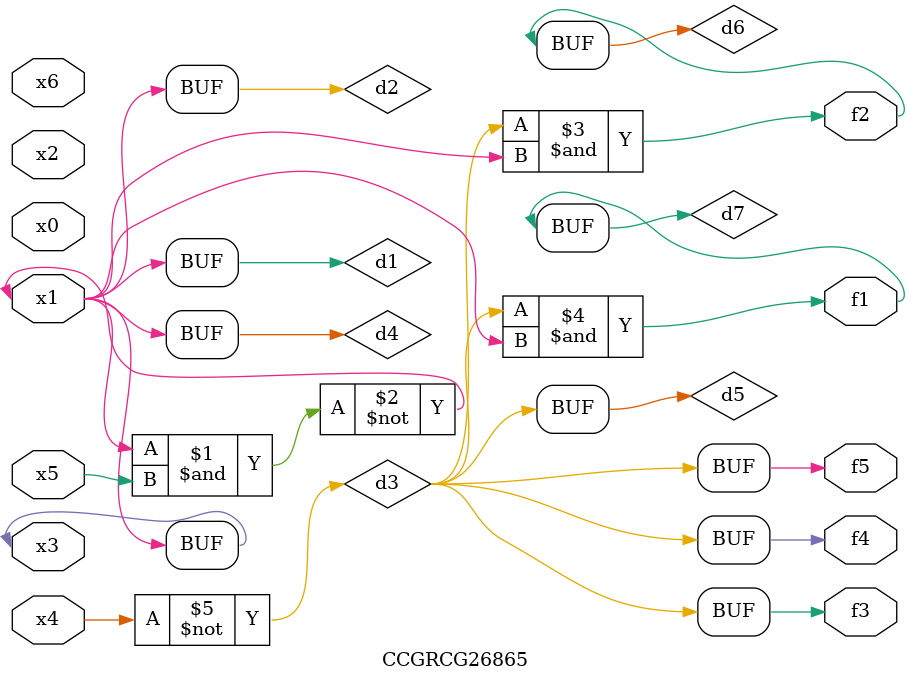
<source format=v>
module CCGRCG26865(
	input x0, x1, x2, x3, x4, x5, x6,
	output f1, f2, f3, f4, f5
);

	wire d1, d2, d3, d4, d5, d6, d7;

	buf (d1, x1, x3);
	nand (d2, x1, x5);
	not (d3, x4);
	buf (d4, d1, d2);
	buf (d5, d3);
	and (d6, d3, d4);
	and (d7, d3, d4);
	assign f1 = d7;
	assign f2 = d6;
	assign f3 = d5;
	assign f4 = d5;
	assign f5 = d5;
endmodule

</source>
